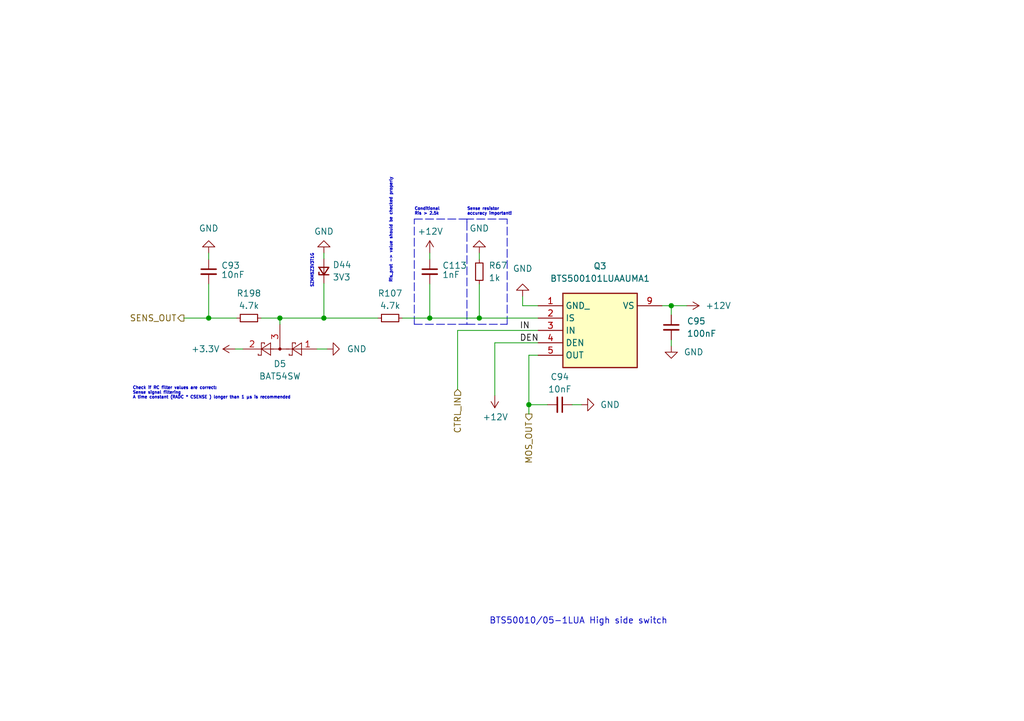
<source format=kicad_sch>
(kicad_sch (version 20211123) (generator eeschema)
  (paper "A5")
  (lib_symbols
    (symbol "BTS500101LUAAUMA1:BTS500101LUAAUMA1"
      (property "Value" "BTS500101LUAAUMA1" (at 15.24 4.445 0))
      (property "Reference_1" "IC" (at 5.08 8.255 0))
      (property "Value_1" "BTS500101LUAAUMA1" (at 5.08 5.715 0))
      (symbol "BTS500101LUAAUMA1_1_1"
        (rectangle (start 5.08 2.54) (end 20.32 -12.7) (stroke (width 0.254)) (fill (type background)))
        (pin passive line (at 0 0 0) (length 5.08) (name "GND_") (number "1"))
        (pin passive line (at 0 -2.54 0) (length 5.08) (name "IS") (number "2"))
        (pin passive line (at 0 -5.08 0) (length 5.08) (name "IN") (number "3"))
        (pin passive line (at 0 -7.62 0) (length 5.08) (name "DEN") (number "4"))
        (pin passive line (at 0 -10.16 0) (length 5.08) (name "OUT") (number "5"))
        (pin passive line (at 25.4 0 180) (length 5.08) (name "VS") (number "9"))
      )
    )
    (symbol "Device:C_Small" (pin_numbers hide) (pin_names (offset 0.254) hide)
      (property "Reference" "C" (at 0.254 1.778 0))
      (property "Value" "C_Small" (at 0.254 -2.032 0))
      (symbol "C_Small_0_1"
        (polyline (pts (xy -1.524 -0.508) (xy 1.524 -0.508)) (stroke (width 0.3302)))
        (polyline (pts (xy -1.524 0.508) (xy 1.524 0.508)) (stroke (width 0.3048)))
      )
      (symbol "C_Small_1_1"
        (pin passive line (at 0 2.54 270) (length 2.032) (name "~") (number "1"))
        (pin passive line (at 0 -2.54 90) (length 2.032) (name "~") (number "2"))
      )
    )
    (symbol "Device:D_Zener_Small" (pin_numbers hide) (pin_names (offset 0.254) hide)
      (property "Reference" "D" (at 0 2.286 0))
      (property "Value" "D_Zener_Small" (at 0 -2.286 0))
      (symbol "D_Zener_Small_0_1"
        (polyline (pts (xy 0.762 0) (xy -0.762 0)))
        (polyline (pts (xy -0.254 1.016) (xy -0.762 1.016) (xy -0.762 -1.016)) (stroke (width 0.254)))
        (polyline (pts (xy 0.762 1.016) (xy -0.762 0) (xy 0.762 -1.016) (xy 0.762 1.016)) (stroke (width 0.254)))
      )
      (symbol "D_Zener_Small_1_1"
        (pin passive line (at -2.54 0 0) (length 1.778) (name "K") (number "1"))
        (pin passive line (at 2.54 0 180) (length 1.778) (name "A") (number "2"))
      )
    )
    (symbol "Device:R_Small" (pin_numbers hide) (pin_names (offset 0.254) hide)
      (property "Reference" "R" (at 0.762 0.508 0))
      (property "Value" "R_Small" (at 0.762 -1.016 0))
      (symbol "R_Small_0_1"
        (rectangle (start -0.762 1.778) (end 0.762 -1.778) (stroke (width 0.2032)))
      )
      (symbol "R_Small_1_1"
        (pin passive line (at 0 2.54 270) (length 0.762) (name "~") (number "1"))
        (pin passive line (at 0 -2.54 90) (length 0.762) (name "~") (number "2"))
      )
    )
    (symbol "Diode:BAT54SW" (pin_names (offset 1.016))
      (property "Reference" "D" (at 0.635 -3.81 0))
      (property "Value" "BAT54SW" (at -6.35 3.175 0))
      (symbol "BAT54SW_0_1"
        (polyline (pts (xy -3.81 0) (xy -1.27 0)))
        (polyline (pts (xy -3.175 -1.27) (xy -3.175 -1.016)))
        (polyline (pts (xy -2.54 -1.27) (xy -3.175 -1.27)))
        (polyline (pts (xy -2.54 -1.27) (xy -2.54 1.27)))
        (polyline (pts (xy -2.54 1.27) (xy -1.905 1.27)))
        (polyline (pts (xy -1.905 0) (xy 1.905 0)))
        (polyline (pts (xy -1.905 1.27) (xy -1.905 1.016)))
        (polyline (pts (xy 1.27 0) (xy 3.81 0)))
        (polyline (pts (xy 3.175 -1.27) (xy 3.175 -1.016)))
        (polyline (pts (xy 3.81 -1.27) (xy 3.175 -1.27)))
        (polyline (pts (xy 3.81 -1.27) (xy 3.81 1.27)))
        (polyline (pts (xy 3.81 1.27) (xy 4.445 1.27)))
        (polyline (pts (xy 4.445 1.27) (xy 4.445 1.016)))
        (polyline (pts (xy -4.445 1.27) (xy -4.445 -1.27) (xy -2.54 0) (xy -4.445 1.27)))
        (polyline (pts (xy 1.905 1.27) (xy 1.905 -1.27) (xy 3.81 0) (xy 1.905 1.27)))
        (circle (center 0 0) (radius 0.254) (fill (type outline)))
      )
      (symbol "BAT54SW_1_1"
        (pin passive line (at -7.62 0 0) (length 3.81) (name "~") (number "1"))
        (pin passive line (at 7.62 0 180) (length 3.81) (name "~") (number "2"))
        (pin passive line (at 0 -5.08 90) (length 5.08) (name "~") (number "3"))
      )
    )
    (symbol "power:+12V" (power) (pin_names (offset 0))
      (property "Value" "+12V" (at 0 3.556 0))
      (symbol "+12V_0_1"
        (polyline (pts (xy -0.762 1.27) (xy 0 2.54)))
        (polyline (pts (xy 0 0) (xy 0 2.54)))
        (polyline (pts (xy 0 2.54) (xy 0.762 1.27)))
      )
      (symbol "+12V_1_1"
        (pin power_in line (at 0 0 90) (length 0) hide (name "+12V") (number "1"))
      )
    )
    (symbol "power:+3.3V" (power) (pin_names (offset 0))
      (property "Value" "+3.3V" (at 0 3.556 0))
      (symbol "+3.3V_0_1"
        (polyline (pts (xy -0.762 1.27) (xy 0 2.54)))
        (polyline (pts (xy 0 0) (xy 0 2.54)))
        (polyline (pts (xy 0 2.54) (xy 0.762 1.27)))
      )
      (symbol "+3.3V_1_1"
        (pin power_in line (at 0 0 90) (length 0) hide (name "+3.3V") (number "1"))
      )
    )
    (symbol "power:GND" (power) (pin_names (offset 0))
      (property "Value" "GND" (at 0 -3.81 0))
      (symbol "GND_0_1"
        (polyline (pts (xy 0 0) (xy 0 -1.27) (xy 1.27 -1.27) (xy 0 -2.54) (xy -1.27 -1.27) (xy 0 -1.27)))
      )
      (symbol "GND_1_1"
        (pin power_in line (at 0 0 270) (length 0) hide (name "GND") (number "1"))
      )
    )
  )
  (junction (at 137.668 62.738))
  (junction (at 66.421 65.278))
  (junction (at 98.298 65.278))
  (junction (at 42.799 65.278))
  (junction (at 57.404 65.278))
  (junction (at 88.138 65.278))
  (junction (at 108.458 83.058))
  (wire (pts (xy 66.421 58.166) (xy 66.421 65.278)))
  (wire (pts (xy 101.473 70.358) (xy 101.473 81.153)))
  (wire (pts (xy 108.458 72.898) (xy 108.458 83.058)))
  (wire (pts (xy 57.404 65.278) (xy 66.421 65.278)))
  (wire (pts (xy 42.799 51.943) (xy 42.799 53.213)))
  (polyline (pts (xy 95.758 45.593) (xy 95.758 66.548)))
  (polyline (pts (xy 104.013 66.548) (xy 104.013 44.958)))
  (wire (pts (xy 42.799 58.293) (xy 42.799 65.278)))
  (wire (pts (xy 98.298 65.278) (xy 110.363 65.278)))
  (polyline (pts (xy 95.758 66.548) (xy 104.013 66.548)))
  (wire (pts (xy 66.421 51.943) (xy 66.421 53.086)))
  (wire (pts (xy 110.363 62.738) (xy 107.188 62.738)))
  (wire (pts (xy 93.853 67.818) (xy 93.853 79.883)))
  (wire (pts (xy 140.843 62.738) (xy 137.668 62.738)))
  (wire (pts (xy 107.188 62.738) (xy 107.188 60.833)))
  (wire (pts (xy 53.594 65.278) (xy 57.404 65.278)))
  (polyline (pts (xy 104.013 44.958) (xy 95.758 44.958)))
  (wire (pts (xy 66.421 65.278) (xy 77.47 65.278)))
  (wire (pts (xy 137.668 70.993) (xy 137.668 69.723)))
  (wire (pts (xy 135.763 62.738) (xy 137.668 62.738)))
  (wire (pts (xy 110.363 67.818) (xy 93.853 67.818)))
  (wire (pts (xy 108.458 83.058) (xy 108.458 84.963)))
  (wire (pts (xy 137.668 62.738) (xy 137.668 64.643)))
  (polyline (pts (xy 95.758 44.958) (xy 95.758 45.593)))
  (wire (pts (xy 110.363 72.898) (xy 108.458 72.898)))
  (wire (pts (xy 98.298 58.293) (xy 98.298 65.278)))
  (wire (pts (xy 65.024 71.628) (xy 67.056 71.628)))
  (wire (pts (xy 37.719 65.278) (xy 42.799 65.278)))
  (wire (pts (xy 82.55 65.278) (xy 88.138 65.278)))
  (wire (pts (xy 57.404 66.548) (xy 57.404 65.278)))
  (wire (pts (xy 88.138 58.293) (xy 88.138 65.278)))
  (polyline (pts (xy 84.963 44.958) (xy 95.758 44.958)))
  (polyline (pts (xy 95.758 66.548) (xy 84.963 66.548)))
  (wire (pts (xy 88.138 51.943) (xy 88.138 53.213)))
  (wire (pts (xy 48.26 71.628) (xy 49.784 71.628)))
  (polyline (pts (xy 84.963 66.548) (xy 84.963 44.958)))
  (wire (pts (xy 117.348 83.058) (xy 119.253 83.058)))
  (wire (pts (xy 110.363 70.358) (xy 101.473 70.358)))
  (wire (pts (xy 98.298 51.943) (xy 98.298 53.213)))
  (wire (pts (xy 42.799 65.278) (xy 48.514 65.278)))
  (wire (pts (xy 88.138 65.278) (xy 98.298 65.278)))
  (wire (pts (xy 108.458 83.058) (xy 112.268 83.058)))
  (text "Check if RC filter values are correct:\nSense signal filtering\nA time constant (RADC * CSENSE ) longer than 1 μs is recommended" (at 27.178 82.042 0) (effects (font (size 0.6 0.6)) (justify left bottom)))
  (text "Conditional\nRis > 2.5k" (at 84.963 44.323 0) (effects (font (size 0.6 0.6)) (justify left bottom)))
  (text "SZMM5Z3V3T1G " (at 64.389 59.182 90) (effects (font (size 0.6 0.6)) (justify left bottom)))
  (text "Ris_prot -> value should be checked properly" (at 80.518 58.166 90) (effects (font (size 0.6 0.6)) (justify left bottom)))
  (text "BTS50010/05-1LUA High side switch " (at 100.33 128.27 0) (effects (font (size 1.27 1.27)) (justify left bottom)))
  (text "Sense resistor\naccuracy important!" (at 95.758 44.323 0) (effects (font (size 0.6 0.6)) (justify left bottom)))
  (label "IN" (at 106.553 67.818 0))
  (label "DEN" (at 106.553 70.358 0))
  (hierarchical_label "CTRL_IN" (shape input) (at 93.853 79.883 270))
  (hierarchical_label "SENS_OUT" (shape output) (at 37.719 65.278 180))
  (hierarchical_label "MOS_OUT" (shape output) (at 108.458 84.963 270))
  (symbol (lib_id "power:+12V") (at 140.843 62.738 270) (unit 1)
    (property "Reference" "#PWR0408" (effects hide))
    (property "Value" "+12V" (at 144.653 62.7379 90) (effects (justify left)))
  )
  (symbol (lib_id "power:+12V") (at 101.473 81.153 180) (unit 1)
    (property "Reference" "#PWR0407" (effects hide))
    (property "Value" "+12V" (at 98.933 85.598 0) (effects (justify right)))
  )
  (symbol (lib_id "power:GND") (at 119.253 83.058 90) (unit 1)
    (property "Reference" "#PWR0405" (effects hide))
    (property "Value" "GND" (at 123.063 83.0579 90) (effects (justify right)))
  )
  (symbol (lib_id "power:+3.3V") (at 48.26 71.628 90) (unit 1)
    (property "Reference" "#PWR0108" (effects hide))
    (property "Value" "+3.3V" (at 45.085 71.6281 90) (effects (justify left)))
  )
  (symbol (lib_id "power:GND") (at 67.056 71.628 90) (unit 1)
    (property "Reference" "#PWR0107" (effects hide))
    (property "Value" "GND" (at 71.12 71.6279 90) (effects (justify right)))
  )
  (symbol (lib_id "BTS500101LUAAUMA1:BTS500101LUAAUMA1") (at 110.363 62.738 0) (unit 1)
    (property "Reference" "Q3" (at 123.063 54.61 0))
    (property "Value" "BTS500101LUAAUMA1" (at 123.063 57.15 0))
    (property "Footprint" "PDM_Additional:BTS500101LUAAUMA1" (effects hide))
    (property "Reference_1" "IC" (effects hide))
    (property "Value_1" "BTS500101LUAAUMA1" (effects hide))
    (property "Footprint_1" "BTS500101LUAAUMA1" (effects hide))
    (property "Datasheet_1" "https://www.infineon.com/dgdl/Infineon-BTS50010-1LUA-DataSheet-v01_10-EN.pdf?fileId=8ac78c8c85ecb3470186015e6ce406a0" (effects hide))
    (property "Height" "2.3" (effects hide))
    (property "Manufacturer_Name" "Infineon" (effects hide))
    (property "Manufacturer_Part_Number" "BTS500101LUAAUMA1" (effects hide))
    (property "Mouser Part Number" "726-BTS500101LUAAUMA" (effects hide))
    (property "Mouser Price/Stock" "https://www.mouser.co.uk/ProductDetail/Infineon-Technologies/BTS500101LUAAUMA1?qs=8Wlm6%252BaMh8RV1CWLPmP8Ug%3D%3D" (effects hide))
  )
  (symbol (lib_id "power:+12V") (at 88.138 51.943 0) (unit 1)
    (property "Reference" "#PWR0453" (effects hide))
    (property "Value" "+12V" (at 85.598 47.498 0) (effects (justify left)))
  )
  (symbol (lib_id "power:GND") (at 137.668 70.993 0) (unit 1)
    (property "Reference" "#PWR0409" (effects hide))
    (property "Value" "GND" (at 140.208 72.2629 0) (effects (justify left)))
  )
  (symbol (lib_id "Device:R_Small") (at 98.298 55.753 0) (unit 1)
    (property "Reference" "R67" (at 100.203 54.4829 0) (effects (justify left)))
    (property "Value" "1k" (at 100.203 57.0229 0) (effects (justify left)))
    (property "Footprint" "Resistor_SMD:R_0402_1005Metric" (effects hide))
  )
  (symbol (lib_id "Device:D_Zener_Small") (at 66.421 55.626 90) (unit 1)
    (property "Reference" "D44" (at 68.199 54.3559 90) (effects (justify right)))
    (property "Value" "3V3" (at 68.199 56.8959 90) (effects (justify right)))
    (property "Footprint" "Diode_SMD:D_SOD-523" (effects hide))
    (property "Datasheet" "SZMM5Z3V3T1G " (effects hide))
  )
  (symbol (lib_id "power:GND") (at 98.298 51.943 180) (unit 1)
    (property "Reference" "#PWR0413" (effects hide))
    (property "Value" "GND" (at 98.298 46.863 0))
  )
  (symbol (lib_id "Device:R_Small") (at 51.054 65.278 90) (unit 1)
    (property "Reference" "R198" (at 51.054 60.198 90))
    (property "Value" "4.7k" (at 51.054 62.738 90))
    (property "Footprint" "Resistor_SMD:R_0402_1005Metric" (effects hide))
  )
  (symbol (lib_id "power:GND") (at 107.188 60.833 180) (unit 1)
    (property "Reference" "#PWR0406" (effects hide))
    (property "Value" "GND" (at 107.188 55.118 0))
  )
  (symbol (lib_id "Device:C_Small") (at 42.799 55.753 0) (unit 1)
    (property "Reference" "C93" (at 45.339 54.483 0) (effects (justify left)))
    (property "Value" "10nF" (at 45.339 56.388 0) (effects (justify left)))
    (property "Footprint" "Capacitor_SMD:C_0402_1005Metric" (effects hide))
  )
  (symbol (lib_id "Device:R_Small") (at 80.01 65.278 90) (unit 1)
    (property "Reference" "R107" (at 80.01 60.198 90))
    (property "Value" "4.7k" (at 80.01 62.738 90))
    (property "Footprint" "Resistor_SMD:R_0402_1005Metric" (effects hide))
  )
  (symbol (lib_id "power:GND") (at 66.421 51.943 180) (unit 1)
    (property "Reference" "#PWR0151" (effects hide))
    (property "Value" "GND" (at 64.389 47.498 0) (effects (justify right)))
  )
  (symbol (lib_id "Device:C_Small") (at 88.138 55.753 0) (unit 1)
    (property "Reference" "C113" (at 90.678 54.483 0) (effects (justify left)))
    (property "Value" "1nF" (at 90.678 56.388 0) (effects (justify left)))
    (property "Footprint" "Capacitor_SMD:C_0402_1005Metric" (effects hide))
  )
  (symbol (lib_id "Diode:BAT54SW") (at 57.404 71.628 180) (unit 1)
    (property "Reference" "D5" (at 57.404 74.676 0))
    (property "Value" "BAT54SW" (at 57.404 77.216 0))
    (property "Footprint" "Package_TO_SOT_SMD:SOT-323_SC-70" (effects hide))
    (property "Datasheet" "https://assets.nexperia.com/documents/data-sheet/BAT54W_SER.pdf" (effects hide))
  )
  (symbol (lib_id "power:GND") (at 42.799 51.943 180) (unit 1)
    (property "Reference" "#PWR0412" (effects hide))
    (property "Value" "GND" (at 42.799 46.863 0))
  )
  (symbol (lib_id "Device:C_Small") (at 114.808 83.058 270) (unit 1)
    (property "Reference" "C94" (at 114.808 77.343 90))
    (property "Value" "10nF" (at 114.808 79.883 90))
    (property "Footprint" "Capacitor_SMD:C_0402_1005Metric" (effects hide))
  )
  (symbol (lib_id "Device:C_Small") (at 137.668 67.183 0) (unit 1)
    (property "Reference" "C95" (at 140.843 65.9192 0) (effects (justify left)))
    (property "Value" "100nF" (at 140.843 68.4592 0) (effects (justify left)))
    (property "Footprint" "Capacitor_SMD:C_0402_1005Metric" (effects hide))
  )
)
</source>
